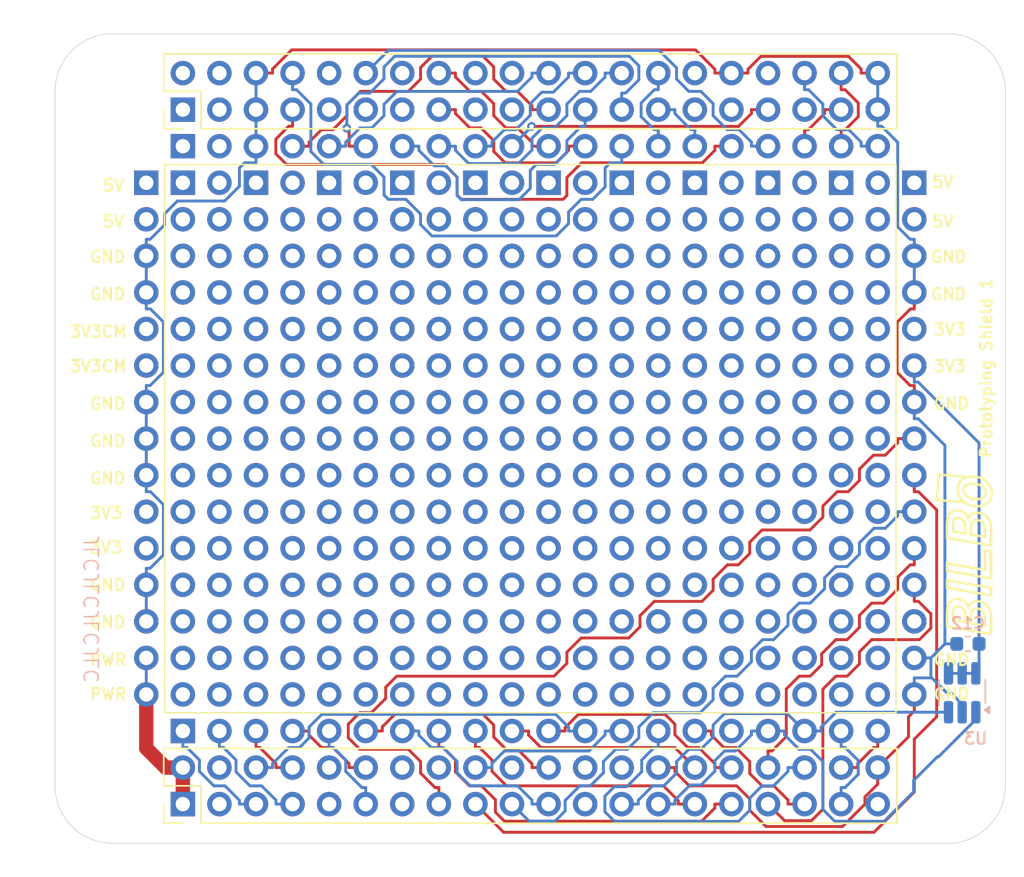
<source format=kicad_pcb>
(kicad_pcb (version 20240108) (generator "pcbnew") (generator_version "8.0")
  (layers (0 "F.Cu" signal) (1 "In1.Cu" power "POWER") (2 "In2.Cu" power "GND") (31 "B.Cu" signal) (34 "B.Paste" user) (35 "F.Paste" user) (36 "B.SilkS" user "B.Silkscreen") (37 "F.SilkS" user "F.Silkscreen") (38 "B.Mask" user) (39 "F.Mask" user) (44 "Edge.Cuts" user))
  (net 0 "")
  (net 1 "RS485_1_B")
  (net 2 "GND")
  (net 3 "RS485_1_A")
  (net 4 "+3V3")
  (net 5 "V_PWR")
  (net 6 "+5V")
  (net 7 "CM4_SCL1")
  (net 8 "CM4_SDA1")
  (net 9 "PE14")
  (net 10 "PD6")
  (net 11 "UC_SPI2_MOSI")
  (net 12 "ENC1_A")
  (net 13 "PD4")
  (net 14 "PC8")
  (net 15 "PD2")
  (net 16 "UC_AIN2")
  (net 17 "UC_AIN1")
  (net 18 "UC_PWM1")
  (net 19 "PE8 (UART7_TX)")
  (net 20 "UC_TIM2")
  (net 21 "PD7")
  (net 22 "PB1")
  (net 23 "UC_PWM2")
  (net 24 "PD5")
  (net 25 "ENC2_A")
  (net 26 "UC_SPI2_MISO")
  (net 27 "ENC1_B")
  (net 28 "UC_UART_EXT3_TX")
  (net 29 "UC_SDA_2")
  (net 30 "ENC2_B")
  (net 31 "PE7 (UART7_RX)")
  (net 32 "CM4_GPIO4")
  (net 33 "PD11")
  (net 34 "UC_TIM1")
  (net 35 "UC_SCL_2")
  (net 36 "PD14")
  (net 37 "UC_UART_EXT3_RX")
  (net 38 "BOARDMANAGER_SDA")
  (net 39 "UC_SPI2_SCLK")
  (net 40 "CM4_GPIO15")
  (net 41 "CM4_TXD0")
  (net 42 "CM4_GPIO10")
  (net 43 "CM4_GPIO22")
  (net 44 "CM4_TXD2")
  (net 45 "CM4_GPIO17")
  (net 46 "CM4_GPIO24")
  (net 47 "BOARDMANAGER_SCL")
  (net 48 "CM4_GPIO7")
  (net 49 "CM4_GPIO19")
  (net 50 "CM4_GPIO6")
  (net 51 "CM4_RXD2")
  (net 52 "3V3_CM4")
  (net 53 "CM4_GPIO11")
  (net 54 "CM4_GPIO26")
  (net 55 "CM4_GPIO23")
  (net 56 "CM4_GPIO13")
  (net 57 "CM4_GPIO27")
  (net 58 "CM4_GPIO12")
  (net 59 "CM4_GPIO18")
  (net 60 "SX1508_IO6")
  (net 61 "SX1508_IO7")
  (net 62 "CM4_GPIO8")
  (net 63 "CM4_GPIO20")
  (net 64 "CM4_GPIO25")
  (net 65 "CM4_GPIO21")
  (net 66 "SX1508_IO1")
  (net 67 "CM4_GPIO9")
  (net 68 "CM4_GPIO16")
  (net 69 "CM4_GPIO5")
  (footprint "Connector_PinHeader_2.54mm:PinHeader_2x20_P2.54mm_Vertical" (layer "F.Cu") (at 104.14 63.5 90)
    (property "Reference" "J2" (hide yes))
    (property "Value" "RPI_CONN")
  )
  (footprint "MountingHole:MountingHole_2.7mm_M2.5_DIN965" (layer "F.Cu") (at 99.265 62.225)
    (property "Reference" "H1" (hide yes))
    (property "Value" "MountingHole")
  )
  (footprint "Connector_PinHeader_2.54mm:PinHeader_1x15_P2.54mm_Vertical" (layer "F.Cu") (at 101.6 68.58)
    (property "Reference" "J4" (hide yes))
    (property "Value" "Conn_01x15")
  )
  (footprint "Connector_PinHeader_2.54mm:PinHeader_2x15_P2.54mm_Vertical" (layer "F.Cu") (at 144.78 68.58)
    (property "Reference" "J14" (hide yes))
    (property "Value" "Conn_02x15_Odd_Even")
  )
  (footprint "Connector_PinHeader_2.54mm:PinHeader_2x15_P2.54mm_Vertical" (layer "F.Cu") (at 134.62 68.58)
    (property "Reference" "J12" (hide yes))
    (property "Value" "Conn_02x15_Odd_Even")
  )
  (footprint "Connector_PinHeader_2.54mm:PinHeader_2x15_P2.54mm_Vertical" (layer "F.Cu") (at 139.7 68.58)
    (property "Reference" "J13" (hide yes))
    (property "Value" "Conn_02x15_Odd_Even")
  )
  (footprint "Connector_PinHeader_2.54mm:PinHeader_2x15_P2.54mm_Vertical" (layer "F.Cu") (at 119.38 68.58)
    (property "Reference" "J9" (hide yes))
    (property "Value" "Conn_02x15_Odd_Even")
  )
  (footprint "MountingHole:MountingHole_2.7mm_M2.5_DIN965" (layer "F.Cu") (at 99.265 110.485)
    (property "Reference" "H3" (hide yes))
    (property "Value" "MountingHole")
  )
  (footprint "Connector_PinHeader_2.54mm:PinHeader_2x15_P2.54mm_Vertical" (layer "F.Cu") (at 109.22 68.58)
    (property "Reference" "J7" (hide yes))
    (property "Value" "Conn_02x15_Odd_Even")
  )
  (footprint "MountingHole:MountingHole_2.7mm_M2.5_DIN965" (layer "F.Cu") (at 157.265 62.225)
    (property "Reference" "H2" (hide yes))
    (property "Value" "MountingHole")
  )
  (footprint "descriptors:bilbo" (layer "F.Cu") (at 158.4 94.4 90)
    (property "Reference" "G***" (hide yes))
    (property "Value" "LOGO" (hide yes))
  )
  (footprint "Connector_PinHeader_2.54mm:PinHeader_1x20_P2.54mm_Vertical" (layer "F.Cu") (at 104.14 66.04 90)
    (property "Reference" "J16" (hide yes))
    (property "Value" "Conn_01x20")
  )
  (footprint "Connector_PinHeader_2.54mm:PinHeader_2x15_P2.54mm_Vertical" (layer "F.Cu") (at 124.46 68.58)
    (property "Reference" "J10" (hide yes))
    (property "Value" "Conn_02x15_Odd_Even")
  )
  (footprint "Connector_PinHeader_2.54mm:PinHeader_2x15_P2.54mm_Vertical" (layer "F.Cu") (at 149.86 68.58)
    (property "Reference" "J15" (hide yes))
    (property "Value" "Conn_02x15_Odd_Even")
  )
  (footprint "Connector_PinHeader_2.54mm:PinHeader_2x15_P2.54mm_Vertical" (layer "F.Cu") (at 114.3 68.58)
    (property "Reference" "J8" (hide yes))
    (property "Value" "Conn_02x15_Odd_Even")
  )
  (footprint "Connector_PinHeader_2.54mm:PinHeader_2x15_P2.54mm_Vertical" (layer "F.Cu") (at 104.14 68.58)
    (property "Reference" "J6" (hide yes))
    (property "Value" "Conn_02x15_Odd_Even")
  )
  (footprint "Connector_PinHeader_2.54mm:PinHeader_2x15_P2.54mm_Vertical" (layer "F.Cu") (at 129.54 68.58)
    (property "Reference" "J11" (hide yes))
    (property "Value" "Conn_02x15_Odd_Even")
  )
  (footprint "Connector_PinHeader_2.54mm:PinHeader_1x20_P2.54mm_Vertical" (layer "F.Cu") (at 104.14 106.68 90)
    (property "Reference" "J17" (hide yes))
    (property "Value" "Conn_01x20")
  )
  (footprint "Connector_PinHeader_2.54mm:PinHeader_2x20_P2.54mm_Vertical" (layer "F.Cu") (at 104.14 111.76 90)
    (property "Reference" "J1" (hide yes))
    (property "Value" "MCU_CONN")
  )
  (footprint "Connector_PinHeader_2.54mm:PinHeader_1x15_P2.54mm_Vertical" (layer "F.Cu") (at 154.94 68.58)
    (property "Reference" "J5" (hide yes))
    (property "Value" "Conn_01x15")
  )
  (footprint "MountingHole:MountingHole_2.7mm_M2.5_DIN965" (layer "F.Cu") (at 157.265 110.485)
    (property "Reference" "H4" (hide yes))
    (property "Value" "MountingHole")
  )
  (footprint "Package_TO_SOT_SMD:SOT-23-6_Handsoldering" (layer "B.Cu") (at 158.265 104.025 90)
    (property "Reference" "U3")
    (property "Value" "24AA025E48T-I/OT")
  )
  (footprint "Capacitor_SMD:C_0603_1608Metric" (layer "B.Cu") (at 158.665 100.625 180)
    (property "Reference" "C12")
    (property "Value" "100n")
  )
  (gr_line (start 153.67 105.41) (end 102.87 105.41) (stroke (width 0.1)) (layer "F.SilkS"))
  (gr_line (start 102.87 67.31) (end 102.87 105.41) (stroke (width 0.1)) (layer "F.SilkS"))
  (gr_line (start 153.67 67.31) (end 153.67 105.41) (stroke (width 0.1)) (layer "F.SilkS"))
  (gr_line (start 102.87 67.31) (end 153.67 67.31) (stroke (width 0.1)) (layer "F.SilkS"))
  (gr_arc (start 161.265 110.485) (mid 160.093427 113.313427) (end 157.265 114.485) (stroke (width 0.05)) (layer "Edge.Cuts"))
  (gr_line (start 99.265 58.225) (end 157.265 58.225) (stroke (width 0.05)) (layer "Edge.Cuts"))
  (gr_line (start 157.265 114.485) (end 99.265 114.485) (stroke (width 0.05)) (layer "Edge.Cuts"))
  (gr_arc (start 99.265 114.485) (mid 96.436573 113.313427) (end 95.265 110.485) (stroke (width 0.05)) (layer "Edge.Cuts"))
  (gr_arc (start 157.265 58.225) (mid 160.093427 59.396573) (end 161.265 62.225) (stroke (width 0.05)) (layer "Edge.Cuts"))
  (gr_line (start 95.265 110.485) (end 95.265 62.225) (stroke (width 0.05)) (layer "Edge.Cuts"))
  (gr_line (start 161.265 62.225) (end 161.265 110.485) (stroke (width 0.05)) (layer "Edge.Cuts"))
  (gr_arc (start 95.265 62.225) (mid 96.436573 59.396573) (end 99.265 58.225) (stroke (width 0.05)) (layer "Edge.Cuts"))
  (gr_text "JLCJLCJLCJLC" (at 98.4 93 90) (layer "B.SilkS") (effects (font (size 1 1) (thickness 0.1)) (justify left bottom mirror)))
  (gr_text "GND" (at 156.2 84.4 0) (layer "F.SilkS") (effects (font (size 0.8 0.8) (thickness 0.15) (bold yes)) (justify left bottom)))
  (gr_text "GND" (at 97.6 76.8 0) (layer "F.SilkS") (effects (font (size 0.8 0.8) (thickness 0.15) (bold yes)) (justify left bottom)))
  (gr_text "3V3CM" (at 96.2 81.8 0) (layer "F.SilkS") (effects (font (size 0.8 0.8) (thickness 0.15) (bold yes)) (justify left bottom)))
  (gr_text "3V3CM" (at 96.2 79.4 0) (layer "F.SilkS") (effects (font (size 0.8 0.8) (thickness 0.15) (bold yes)) (justify left bottom)))
  (gr_text "3V3" (at 156.2 81.8 0) (layer "F.SilkS") (effects (font (size 0.8 0.8) (thickness 0.15) (bold yes)) (justify left bottom)))
  (gr_text "GND" (at 156 74.2 0) (layer "F.SilkS") (effects (font (size 0.8 0.8) (thickness 0.15) (bold yes)) (justify left bottom)))
  (gr_text "GND" (at 156.2 102.2 0) (layer "F.SilkS") (effects (font (size 0.8 0.8) (thickness 0.15) (bold yes)) (justify left bottom)))
  (gr_text "GND" (at 156.2 104.6 0) (layer "F.SilkS") (effects (font (size 0.8 0.8) (thickness 0.15) (bold yes)) (justify left bottom)))
  (gr_text "GND" (at 97.6 89.6 0) (layer "F.SilkS") (effects (font (size 0.8 0.8) (thickness 0.15) (bold yes)) (justify left bottom)))
  (gr_text "PWR" (at 97.6 102.2 0) (layer "F.SilkS") (effects (font (size 0.8 0.8) (thickness 0.15) (bold yes)) (justify left bottom)))
  (gr_text "3V3" (at 97.6 94.4 0) (layer "F.SilkS") (effects (font (size 0.8 0.8) (thickness 0.15) (bold yes)) (justify left bottom)))
  (gr_text "5V" (at 156.1 71.75 0) (layer "F.SilkS") (effects (font (size 0.8 0.8) (thickness 0.15) (bold yes)) (justify left bottom)))
  (gr_text "GND" (at 97.6 84.4 0) (layer "F.SilkS") (effects (font (size 0.8 0.8) (thickness 0.15) (bold yes)) (justify left bottom)))
  (gr_text "GND" (at 97.6 97 0) (layer "F.SilkS") (effects (font (size 0.8 0.8) (thickness 0.15) (bold yes)) (justify left bottom)))
  (gr_text "3V3" (at 97.6 92 0) (layer "F.SilkS") (effects (font (size 0.8 0.8) (thickness 0.15) (bold yes)) (justify left bottom)))
  (gr_text "PWR" (at 97.6 104.6 0) (layer "F.SilkS") (effects (font (size 0.8 0.8) (thickness 0.15) (bold yes)) (justify left bottom)))
  (gr_text "3V3" (at 156.2 79.25 0) (layer "F.SilkS") (effects (font (size 0.8 0.8) (thickness 0.15) (bold yes)) (justify left bottom)))
  (gr_text "5V" (at 156.1 69 0) (layer "F.SilkS") (effects (font (size 0.8 0.8) (thickness 0.15) (bold yes)) (justify left bottom)))
  (gr_text "5V" (at 98.5 69.25 0) (layer "F.SilkS") (effects (font (size 0.8 0.8) (thickness 0.15) (bold yes)) (justify left bottom)))
  (gr_text "GND" (at 97.6 87 0) (layer "F.SilkS") (effects (font (size 0.8 0.8) (thickness 0.15) (bold yes)) (justify left bottom)))
  (gr_text "GND" (at 97.6 99.6 0) (layer "F.SilkS") (effects (font (size 0.8 0.8) (thickness 0.15) (bold yes)) (justify left bottom)))
  (gr_text "5V" (at 98.5 71.75 0) (layer "F.SilkS") (effects (font (size 0.8 0.8) (thickness 0.15) (bold yes)) (justify left bottom)))
  (gr_text "GND" (at 156 76.8 0) (layer "F.SilkS") (effects (font (size 0.8 0.8) (thickness 0.15) (bold yes)) (justify left bottom)))
  (gr_text "Prototyping Shield 1" (at 160.4 87.8 90) (layer "F.SilkS") (effects (font (size 0.8 0.8) (thickness 0.15) (bold yes)) (justify left bottom)))
  (gr_text "GND" (at 97.6 74.2 0) (layer "F.SilkS") (effects (font (size 0.8 0.8) (thickness 0.15) (bold yes)) (justify left bottom)))
  (segment (start 152.4 107.8317) (end 152.1315 107.8317) (width 0.2) (layer "F.Cu") (net 1))
  (segment (start 151.0117 108.9515) (end 151.0117 109.22) (width 0.2) (layer "F.Cu") (net 1))
  (segment (start 152.1315 107.8317) (end 151.0117 108.9515) (width 0.2) (layer "F.Cu") (net 1))
  (segment (start 152.4 106.68) (end 152.4 107.8317) (width 0.2) (layer "F.Cu") (net 1))
  (segment (start 149.86 109.22) (end 151.0117 109.22) (width 0.2) (layer "F.Cu") (net 1))
  (segment (start 153.7494 78.2738) (end 154.6715 77.3517) (width 0.2) (layer "F.Cu") (net 2))
  (segment (start 152.4 110.3717) (end 151.512 111.2597) (width 0.2) (layer "F.Cu") (net 2))
  (segment (start 109.22 60.96) (end 110.3717 60.96) (width 0.2) (layer "F.Cu") (net 2))
  (segment (start 143.3917 60.6915) (end 143.3917 60.96) (width 0.2) (layer "F.Cu") (net 2))
  (segment (start 154.94 105.2917) (end 154.538 105.6937) (width 0.2) (layer "F.Cu") (net 2))
  (segment (start 154.538 105.6937) (end 154.538 107.082) (width 0.2) (layer "F.Cu") (net 2))
  (segment (start 154.94 104.14) (end 154.94 105.2917) (width 0.2) (layer "F.Cu") (net 2))
  (segment (start 154.6715 77.3517) (end 154.94 77.3517) (width 0.2) (layer "F.Cu") (net 2))
  (segment (start 110.3717 60.96) (end 110.3717 60.6721) (width 0.2) (layer "F.Cu") (net 2))
  (segment (start 142.24 60.96) (end 141.0883 60.96) (width 0.2) (layer "F.Cu") (net 2))
  (segment (start 151.512 111.2597) (end 151.512 111.76) (width 0.2) (layer "F.Cu") (net 2))
  (segment (start 139.3132 110.49) (end 138.3117 109.4885) (width 0.2) (layer "F.Cu") (net 2))
  (segment (start 154.538 107.082) (end 152.4 109.22) (width 0.2) (layer "F.Cu") (net 2))
  (segment (start 142.6023 110.49) (end 139.3132 110.49) (width 0.2) (layer "F.Cu") (net 2))
  (segment (start 138.3117 109.4885) (end 138.3117 109.22) (width 0.2) (layer "F.Cu") (net 2))
  (segment (start 143.51 112.1856) (end 143.51 111.3977) (width 0.2) (layer "F.Cu") (net 2))
  (segment (start 142.24 60.96) (end 143.3917 60.96) (width 0.2) (layer "F.Cu") (net 2))
  (segment (start 151.512 111.76) (end 149.9563 113.3157) (width 0.2) (layer "F.Cu") (net 2))
  (segment (start 151.2483 60.96) (end 151.2483 60.6721) (width 0.2) (layer "F.Cu") (net 2))
  (segment (start 144.2851 59.7981) (end 143.3917 60.6915) (width 0.2) (layer "F.Cu") (net 2))
  (segment (start 143.51 111.3977) (end 142.6023 110.49) (width 0.2) (layer "F.Cu") (net 2))
  (segment (start 149.9563 113.3157) (end 144.6401 113.3157) (width 0.2) (layer "F.Cu") (net 2))
  (segment (start 110.3717 60.6721) (end 111.6981 59.3457) (width 0.2) (layer "F.Cu") (net 2))
  (segment (start 144.6401 113.3157) (end 143.51 112.1856) (width 0.2) (layer "F.Cu") (net 2))
  (segment (start 150.3743 59.7981) (end 144.2851 59.7981) (width 0.2) (layer "F.Cu") (net 2))
  (segment (start 154.94 76.2) (end 154.94 77.3517) (width 0.2) (layer "F.Cu") (net 2))
  (segment (start 152.4 111.76) (end 151.512 111.76) (width 0.2) (layer "F.Cu") (net 2))
  (segment (start 111.6981 59.3457) (end 139.7425 59.3457) (width 0.2) (layer "F.Cu") (net 2))
  (segment (start 154.94 82.6683) (end 154.6521 82.6683) (width 0.2) (layer "F.Cu") (net 2))
  (segment (start 139.7425 59.3457) (end 141.0883 60.6915) (width 0.2) (layer "F.Cu") (net 2))
  (segment (start 141.0883 60.6915) (end 141.0883 60.96) (width 0.2) (layer "F.Cu") (net 2))
  (segment (start 151.2483 60.6721) (end 150.3743 59.7981) (width 0.2) (layer "F.Cu") (net 2))
  (segment (start 152.4 60.96) (end 151.2483 60.96) (width 0.2) (layer "F.Cu") (net 2))
  (segment (start 153.7494 81.7656) (end 153.7494 78.2738) (width 0.2) (layer "F.Cu") (net 2))
  (segment (start 152.4 109.22) (end 152.4 110.3717) (width 0.2) (layer "F.Cu") (net 2))
  (segment (start 154.6521 82.6683) (end 153.7494 81.7656) (width 0.2) (layer "F.Cu") (net 2))
  (segment (start 137.16 109.22) (end 138.3117 109.22) (width 0.2) (layer "F.Cu") (net 2))
  (segment (start 154.94 83.82) (end 154.94 82.6683) (width 0.2) (layer "F.Cu") (net 2))
  (segment (start 102.7906 78.2544) (end 102.7906 81.7462) (width 0.2) (layer "B.Cu") (net 2))
  (segment (start 101.6 88.9) (end 101.6 90.0517) (width 0.2) (layer "B.Cu") (net 2))
  (segment (start 102.87 71.5068) (end 101.8685 72.5083) (width 0.2) (layer "B.Cu") (net 2))
  (segment (start 154.94 76.2) (end 154.94 73.66) (width 0.2) (layer "B.Cu") (net 2))
  (segment (start 157.1602 103.9938) (end 156.0917 102.9253) (width 0.2) (layer "B.Cu") (net 2))
  (segment (start 103.7606 69.85) (end 102.87 70.7406) (width 0.2) (layer "B.Cu") (net 2))
  (segment (start 154.94 73.66) (end 154.94 72.5083) (width 0.2) (layer "B.Cu") (net 2))
  (segment (start 155.2085 84.9717) (end 157.0667 86.8299) (width 0.2) (layer "B.Cu") (net 2))
  (segment (start 101.8685 95.3683) (end 101.6 95.3683) (width 0.2) (layer "B.Cu") (net 2))
  (segment (start 108.4282 67.1917) (end 108.0683 67.5516) (width 0.2) (layer "B.Cu") (net 2))
  (segment (start 154.94 83.82) (end 154.94 84.9717) (width 0.2) (layer "B.Cu") (net 2))
  (segment (start 101.6 76.2) (end 101.6 77.3517) (width 0.2) (layer "B.Cu") (net 2))
  (segment (start 102.7906 94.4462) (end 101.8685 95.3683) (width 0.2) (layer "B.Cu") (net 2))
  (segment (start 109.22 66.04) (end 109.22 67.1917) (width 0.2) (layer "B.Cu") (net 2))
  (segment (start 157.0667 100.625) (end 156.0917 101.6) (width 0.2) (layer "B.Cu") (net 2))
  (segment (start 152.4 63.5) (end 152.4 64.6517) (width 0.2) (layer "B.Cu") (net 2))
  (segment (start 101.6 90.0517) (end 101.8879 90.0517) (width 0.2) (layer "B.Cu") (net 2))
  (segment (start 101.6 73.66) (end 101.6 72.5083) (width 0.2) (layer "B.Cu") (net 2))
  (segment (start 109.22 66.04) (end 109.22 63.5) (width 0.2) (layer "B.Cu") (net 2))
  (segment (start 153.7883 71.6446) (end 153.7883 65.7715) (width 0.2) (layer "B.Cu") (net 2))
  (segment (start 101.6 86.36) (end 101.6 83.82) (width 0.2) (layer "B.Cu") (net 2))
  (segment (start 154.94 72.5083) (end 154.652 72.5083) (width 0.2) (layer "B.Cu") (net 2))
  (segment (start 154.94 101.6) (end 156.0917 101.6) (width 0.2) (layer "B.Cu") (net 2))
  (segment (start 108.0683 67.5516) (end 108.0683 68.8205) (width 0.2) (layer "B.Cu") (net 2))
  (segment (start 101.6 96.52) (end 101.6 95.3683) (width 0.2) (layer "B.Cu") (net 2))
  (segment (start 154.94 104.14) (end 154.94 102.9883) (width 0.2) (layer "B.Cu") (net 2))
  (segment (start 101.6 86.36) (end 101.6 88.9) (width 0.2) (layer "B.Cu") (net 2))
  (segment (start 102.7906 81.7462) (end 101.8685 82.6683) (width 0.2) (layer "B.Cu") (net 2))
  (segment (start 109.22 60.96) (end 109.22 63.5) (width 0.2) (layer "B.Cu") (net 2))
  (segment (start 158.265 104.816) (end 157.4428 103.9938) (width 0.2) (layer "B.Cu") (net 2))
  (segment (start 156.0287 102.9883) (end 156.0917 102.9253) (width 0.2) (layer "B.Cu") (net 2))
  (segment (start 101.6 83.82) (end 101.6 82.6683) (width 0.2) (layer "B.Cu") (net 2))
  (segment (start 102.87 70.7406) (end 102.87 71.5068) (width 0.2) (layer "B.Cu") (net 2))
  (segment (start 157.89 100.625) (end 157.0667 100.625) (width 0.2) (layer "B.Cu") (net 2))
  (segment (start 158.265 105.375) (end 158.265 104.816) (width 0.2) (layer "B.Cu") (net 2))
  (segment (start 101.8879 77.3517) (end 102.7906 78.2544) (width 0.2) (layer "B.Cu") (net 2))
  (segment (start 152.4 60.96) (end 152.4 63.5) (width 0.2) (layer "B.Cu") (net 2))
  (segment (start 101.8685 82.6683) (end 101.6 82.6683) (width 0.2) (layer "B.Cu") (net 2))
  (segment (start 101.8685 72.5083) (end 101.6 72.5083) (width 0.2) (layer "B.Cu") (net 2))
  (segment (start 102.7906 90.9544) (end 102.7906 94.4462) (width 0.2) (layer "B.Cu") (net 2))
  (segment (start 157.0667 86.8299) (end 157.0667 100.625) (width 0.2) (layer "B.Cu") (net 2))
  (segment (start 101.6 77.3517) (end 101.8879 77.3517) (width 0.2) (layer "B.Cu") (net 2))
  (segment (start 108.0683 68.8205) (end 107.0388 69.85) (width 0.2) (layer "B.Cu") (net 2))
  (segment (start 153.7883 65.7715) (end 152.6685 64.6517) (width 0.2) (layer "B.Cu") (net 2))
  (segment (start 152.6685 64.6517) (end 152.4 64.6517) (width 0.2) (layer "B.Cu") (net 2))
  (segment (start 157.4428 103.9938) (end 157.1602 103.9938) (width 0.2) (layer "B.Cu") (net 2))
  (segment (start 101.6 73.66) (end 101.6 76.2) (width 0.2) (layer "B.Cu") (net 2))
  (segment (start 107.0388 69.85) (end 103.7606 69.85) (width 0.2) (layer "B.Cu") (net 2))
  (segment (start 156.0917 102.9253) (end 156.0917 101.6) (width 0.2) (layer "B.Cu") (net 2))
  (segment (start 154.94 84.9717) (end 155.2085 84.9717) (width 0.2) (layer "B.Cu") (net 2))
  (segment (start 101.6 99.06) (end 101.6 96.52) (width 0.2) (layer "B.Cu") (net 2))
  (segment (start 101.8879 90.0517) (end 102.7906 90.9544) (width 0.2) (layer "B.Cu") (net 2))
  (segment (start 109.22 67.1917) (end 108.4282 67.1917) (width 0.2) (layer "B.Cu") (net 2))
  (segment (start 154.94 102.9883) (end 156.0287 102.9883) (width 0.2) (layer "B.Cu") (net 2))
  (segment (start 154.652 72.5083) (end 153.7883 71.6446) (width 0.2) (layer "B.Cu") (net 2))
  (segment (start 149.86 107.8317) (end 150.1479 107.8317) (width 0.2) (layer "B.Cu") (net 3))
  (segment (start 151.0506 109.6862) (end 150.1285 110.6083) (width 0.2) (layer "B.Cu") (net 3))
  (segment (start 151.0506 108.7344) (end 151.0506 109.6862) (width 0.2) (layer "B.Cu") (net 3))
  (segment (start 150.1479 107.8317) (end 151.0506 108.7344) (width 0.2) (layer "B.Cu") (net 3))
  (segment (start 149.86 106.68) (end 149.86 107.8317) (width 0.2) (layer "B.Cu") (net 3))
  (segment (start 150.1285 110.6083) (end 149.86 110.6083) (width 0.2) (layer "B.Cu") (net 3))
  (segment (start 149.86 111.76) (end 149.86 110.6083) (width 0.2) (layer "B.Cu") (net 3))
  (segment (start 159.44 100.625) (end 159.44 86.6632) (width 0.2) (layer "B.Cu") (net 4))
  (segment (start 158.265 102.675) (end 157.315 102.675) (width 0.2) (layer "B.Cu") (net 4))
  (segment (start 159.44 86.6632) (end 155.2085 82.4317) (width 0.2) (layer "B.Cu") (net 4))
  (segment (start 159.215 102.675) (end 159.44 102.45) (width 0.2) (layer "B.Cu") (net 4))
  (segment (start 154.94 81.28) (end 154.94 82.4317) (width 0.2) (layer "B.Cu") (net 4))
  (segment (start 155.2085 82.4317) (end 154.94 82.4317) (width 0.2) (layer "B.Cu") (net 4))
  (segment (start 159.215 102.675) (end 158.265 102.675) (width 0.2) (layer "B.Cu") (net 4))
  (segment (start 159.44 102.45) (end 159.44 100.625) (width 0.2) (layer "B.Cu") (net 4))
  (segment (start 104.14 111.76) (end 104.14 109.22) (width 1) (layer "F.Cu") (net 5))
  (segment (start 102.938 109.22) (end 101.6 107.882) (width 1) (layer "F.Cu") (net 5))
  (segment (start 101.6 107.882) (end 101.6 104.14) (width 1) (layer "F.Cu") (net 5))
  (segment (start 104.14 109.22) (end 102.938 109.22) (width 1) (layer "F.Cu") (net 5))
  (segment (start 101.6 104.14) (end 101.6 101.6) (width 0.2) (layer "B.Cu") (net 5))
  (segment (start 137.16 60.96) (end 137.16 62.1117) (width 0.2) (layer "B.Cu") (net 7))
  (segment (start 135.9694 63.0338) (end 136.8915 62.1117) (width 0.2) (layer "B.Cu") (net 7))
  (segment (start 136.8721 64.8883) (end 135.9694 63.9856) (width 0.2) (layer "B.Cu") (net 7))
  (segment (start 135.9694 63.9856) (end 135.9694 63.0338) (width 0.2) (layer "B.Cu") (net 7))
  (segment (start 136.8915 62.1117) (end 137.16 62.1117) (width 0.2) (layer "B.Cu") (net 7))
  (segment (start 137.16 66.04) (end 137.16 64.8883) (width 0.2) (layer "B.Cu") (net 7))
  (segment (start 137.16 64.8883) (end 136.8721 64.8883) (width 0.2) (layer "B.Cu") (net 7))
  (segment (start 138.3117 63.7685) (end 138.3117 63.5) (width 0.2) (layer "B.Cu") (net 8))
  (segment (start 137.16 63.5) (end 138.3117 63.5) (width 0.2) (layer "B.Cu") (net 8))
  (segment (start 139.4315 64.8883) (end 138.3117 63.7685) (width 0.2) (layer "B.Cu") (net 8))
  (segment (start 139.7 64.8883) (end 139.4315 64.8883) (width 0.2) (layer "B.Cu") (net 8))
  (segment (start 139.7 66.04) (end 139.7 64.8883) (width 0.2) (layer "B.Cu") (net 8))
  (segment (start 146.1683 98.5636) (end 146.1683 99.3358) (width 0.2) (layer "B.Cu") (net 9))
  (segment (start 146.9419 97.79) (end 146.1683 98.5636) (width 0.2) (layer "B.Cu") (net 9))
  (segment (start 133.35 109.5859) (end 132.4459 110.49) (width 0.2) (layer "B.Cu") (net 9))
  (segment (start 135.8083 106.4) (end 135.8083 107.1558) (width 0.2) (layer "B.Cu") (net 9))
  (segment (start 143.6283 101.8758) (end 142.6341 102.87) (width 0.2) (layer "B.Cu") (net 9))
  (segment (start 153.7883 91.44) (end 153.7883 91.728) (width 0.2) (layer "B.Cu") (net 9))
  (segment (start 128.1832 112.9432) (end 127 111.76) (width 0.2) (layer "B.Cu") (net 9))
  (segment (start 145.1741 100.33) (end 144.4019 100.33) (width 0.2) (layer "B.Cu") (net 9))
  (segment (start 150.2783 95.25) (end 149.494 95.25) (width 0.2) (layer "B.Cu") (net 9))
  (segment (start 140.0659 105.41) (end 136.7983 105.41) (width 0.2) (layer "B.Cu") (net 9))
  (segment (start 140.97 103.7216) (end 140.97 104.5059) (width 0.2) (layer "B.Cu") (net 9))
  (segment (start 154.94 91.44) (end 153.7883 91.44) (width 0.2) (layer "B.Cu") (net 9))
  (segment (start 151.13 93.6014) (end 151.13 94.3983) (width 0.2) (layer "B.Cu") (net 9))
  (segment (start 129.9856 112.9432) (end 128.1832 112.9432) (width 0.2) (layer "B.Cu") (net 9))
  (segment (start 144.4019 100.33) (end 143.6283 101.1036) (width 0.2) (layer "B.Cu") (net 9))
  (segment (start 146.1683 99.3358) (end 145.1741 100.33) (width 0.2) (layer "B.Cu") (net 9))
  (segment (start 151.13 94.3983) (end 150.2783 95.25) (width 0.2) (layer "B.Cu") (net 9))
  (segment (start 133.35 108.8016) (end 133.35 109.5859) (width 0.2) (layer "B.Cu") (net 9))
  (segment (start 131.708 110.49) (end 130.6917 111.5063) (width 0.2) (layer "B.Cu") (net 9))
  (segment (start 142.6341 102.87) (end 141.8216 102.87) (width 0.2) (layer "B.Cu") (net 9))
  (segment (start 148.7083 96.7958) (end 147.7141 97.79) (width 0.2) (layer "B.Cu") (net 9))
  (segment (start 140.97 104.5059) (end 140.0659 105.41) (width 0.2) (layer "B.Cu") (net 9))
  (segment (start 148.7083 96.0357) (end 148.7083 96.7958) (width 0.2) (layer "B.Cu") (net 9))
  (segment (start 136.7983 105.41) (end 135.8083 106.4) (width 0.2) (layer "B.Cu") (net 9))
  (segment (start 135.8083 107.1558) (end 135.0141 107.95) (width 0.2) (layer "B.Cu") (net 9))
  (segment (start 141.8216 102.87) (end 140.97 103.7216) (width 0.2) (layer "B.Cu") (net 9))
  (segment (start 135.0141 107.95) (end 134.2016 107.95) (width 0.2) (layer "B.Cu") (net 9))
  (segment (start 130.6917 111.5063) (end 130.6917 112.2371) (width 0.2) (layer "B.Cu") (net 9))
  (segment (start 152.9246 92.5917) (end 152.1397 92.5917) (width 0.2) (layer "B.Cu") (net 9))
  (segment (start 152.1397 92.5917) (end 151.13 93.6014) (width 0.2) (layer "B.Cu") (net 9))
  (segment (start 147.7141 97.79) (end 146.9419 97.79) (width 0.2) (layer "B.Cu") (net 9))
  (segment (start 149.494 95.25) (end 148.7083 96.0357) (width 0.2) (layer "B.Cu") (net 9))
  (segment (start 132.4459 110.49) (end 131.708 110.49) (width 0.2) (layer "B.Cu") (net 9))
  (segment (start 134.2016 107.95) (end 133.35 108.8016) (width 0.2) (layer "B.Cu") (net 9))
  (segment (start 143.6283 101.1036) (end 143.6283 101.8758) (width 0.2) (layer "B.Cu") (net 9))
  (segment (start 130.6917 112.2371) (end 129.9856 112.9432) (width 0.2) (layer "B.Cu") (net 9))
  (segment (start 153.7883 91.728) (end 152.9246 92.5917) (width 0.2) (layer "B.Cu") (net 9))
  (segment (start 109.22 107.8317) (end 109.4885 107.8317) (width 0.2) (layer "F.Cu") (net 11))
  (segment (start 110.6083 108.9515) (end 110.6083 109.22) (width 0.2) (layer "F.Cu") (net 11))
  (segment (start 109.4885 107.8317) (end 110.6083 108.9515) (width 0.2) (layer "F.Cu") (net 11))
  (segment (start 111.76 109.22) (end 110.6083 109.22) (width 0.2) (layer "F.Cu") (net 11))
  (segment (start 109.22 106.68) (end 109.22 107.8317) (width 0.2) (layer "F.Cu") (net 11))
  (segment (start 128.1517 106.68) (end 128.1517 106.968) (width 0.2) (layer "F.Cu") (net 12))
  (segment (start 138.3117 107.8317) (end 139.7 109.22) (width 0.2) (layer "F.Cu") (net 12))
  (segment (start 128.1517 106.968) (end 129.0154 107.8317) (width 0.2) (layer "F.Cu") (net 12))
  (segment (start 129.0154 107.8317) (end 138.3117 107.8317) (width 0.2) (layer "F.Cu") (net 12))
  (segment (start 127 106.68) (end 128.1517 106.68) (width 0.2) (layer "F.Cu") (net 12))
  (segment (start 150.2783 102.87) (end 149.494 102.87) (width 0.2) (layer "F.Cu") (net 16))
  (segment (start 151.13 102.0183) (end 150.2783 102.87) (width 0.2) (layer "F.Cu") (net 16))
  (segment (start 148.59 112.1196) (end 147.7979 112.9117) (width 0.2) (layer "F.Cu") (net 16))
  (segment (start 155.228 97.6717) (end 156.0917 98.5354) (width 0.2) (layer "F.Cu") (net 16))
  (segment (start 156.0917 98.5354) (end 156.0917 99.5371) (width 0.2) (layer "F.Cu") (net 16))
  (segment (start 151.13 101.1816) (end 151.13 102.0183) (width 0.2) (layer "F.Cu") (net 16))
  (segment (start 155.2988 100.33) (end 151.9816 100.33) (width 0.2) (layer "F.Cu") (net 16))
  (segment (start 154.94 96.52) (end 154.94 97.6717) (width 0.2) (layer "F.Cu") (net 16))
  (segment (start 156.0917 99.5371) (end 155.2988 100.33) (width 0.2) (layer "F.Cu") (net 16))
  (segment (start 145.9317 112.9117) (end 144.78 111.76) (width 0.2) (layer "F.Cu") (net 16))
  (segment (start 154.94 97.6717) (end 155.228 97.6717) (width 0.2) (layer "F.Cu") (net 16))
  (segment (start 149.494 102.87) (end 148.59 103.774) (width 0.2) (layer "F.Cu") (net 16))
  (segment (start 147.7979 112.9117) (end 145.9317 112.9117) (width 0.2) (layer "F.Cu") (net 16))
  (segment (start 148.59 103.774) (end 148.59 112.1196) (width 0.2) (layer "F.Cu") (net 16))
  (segment (start 151.9816 100.33) (end 151.13 101.1816) (width 0.2) (layer "F.Cu") (net 16))
  (segment (start 151.9816 97.79) (end 151.13 98.6416) (width 0.2) (layer "F.Cu") (net 17))
  (segment (start 146.05 103.7619) (end 146.05 107.0668) (width 0.2) (layer "F.Cu") (net 17))
  (segment (start 149.494 100.33) (end 148.5083 101.3157) (width 0.2) (layer "F.Cu") (net 17))
  (segment (start 154.94 95.1317) (end 154.652 95.1317) (width 0.2) (layer "F.Cu") (net 17))
  (segment (start 150.2783 100.33) (end 149.494 100.33) (width 0.2) (layer "F.Cu") (net 17))
  (segment (start 152.8183 97.79) (end 151.9816 97.79) (width 0.2) (layer "F.Cu") (net 17))
  (segment (start 153.7883 95.9954) (end 153.7883 96.82) (width 0.2) (layer "F.Cu") (net 17))
  (segment (start 145.0485 108.0683) (end 144.78 108.0683) (width 0.2) (layer "F.Cu") (net 17))
  (segment (start 153.7883 96.82) (end 152.8183 97.79) (width 0.2) (layer "F.Cu") (net 17))
  (segment (start 154.652 95.1317) (end 153.7883 95.9954) (width 0.2) (layer "F.Cu") (net 17))
  (segment (start 146.9419 102.87) (end 146.05 103.7619) (width 0.2) (layer "F.Cu") (net 17))
  (segment (start 146.05 107.0668) (end 145.0485 108.0683) (width 0.2) (layer "F.Cu") (net 17))
  (segment (start 147.7141 102.87) (end 146.9419 102.87) (width 0.2) (layer "F.Cu") (net 17))
  (segment (start 151.13 99.4783) (end 150.2783 100.33) (width 0.2) (layer "F.Cu") (net 17))
  (segment (start 144.78 109.22) (end 144.78 108.0683) (width 0.2) (layer "F.Cu") (net 17))
  (segment (start 154.94 93.98) (end 154.94 95.1317) (width 0.2) (layer "F.Cu") (net 17))
  (segment (start 151.13 98.6416) (end 151.13 99.4783) (width 0.2) (layer "F.Cu") (net 17))
  (segment (start 148.5083 102.0758) (end 147.7141 102.87) (width 0.2) (layer "F.Cu") (net 17))
  (segment (start 148.5083 101.3157) (end 148.5083 102.0758) (width 0.2) (layer "F.Cu") (net 17))
  (segment (start 147.32 109.22) (end 146.1683 109.22) (width 0.2) (layer "B.Cu") (net 18))
  (segment (start 136.872 107.8317) (end 136.0083 108.6954) (width 0.2) (layer "B.Cu") (net 18))
  (segment (start 134.113 110.5473) (end 133.4482 111.2121) (width 0.2) (layer "B.Cu") (net 18))
  (segment (start 136.0083 108.6954) (end 136.0083 109.5087) (width 0.2) (layer "B.Cu") (net 18))
  (segment (start 145.1668 110.49) (end 146.1683 109.4885) (width 0.2) (layer "B.Cu") (net 18))
  (segment (start 137.16 107.8317) (end 136.872 107.8317) (width 0.2) (layer "B.Cu") (net 18))
  (segment (start 142.7369 112.9624) (end 143.51 112.1893) (width 0.2) (layer "B.Cu") (net 18))
  (segment (start 146.1683 109.4885) (end 146.1683 109.22) (width 0.2) (layer "B.Cu") (net 18))
  (segment (start 133.4482 111.2121) (end 133.4482 112.2845) (width 0.2) (layer "B.Cu") (net 18))
  (segment (start 136.0083 109.5087) (end 134.9697 110.5473) (width 0.2) (layer "B.Cu") (net 18))
  (segment (start 137.16 106.68) (end 137.16 107.8317) (width 0.2) (layer "B.Cu") (net 18))
  (segment (start 133.4482 112.2845) (end 134.1261 112.9624) (width 0.2) (layer "B.Cu") (net 18))
  (segment (start 134.1261 112.9624) (end 142.7369 112.9624) (width 0.2) (layer "B.Cu") (net 18))
  (segment (start 134.9697 110.5473) (end 134.113 110.5473) (width 0.2) (layer "B.Cu") (net 18))
  (segment (start 143.51 112.1893) (end 143.51 111.3416) (width 0.2) (layer "B.Cu") (net 18))
  (segment (start 144.3616 110.49) (end 145.1668 110.49) (width 0.2) (layer "B.Cu") (net 18))
  (segment (start 143.51 111.3416) (end 144.3616 110.49) (width 0.2) (layer "B.Cu") (net 18))
  (segment (start 120.5317 106.968) (end 121.3954 107.8317) (width 0.2) (layer "B.Cu") (net 19))
  (segment (start 127.3868 110.49) (end 128.3883 111.4915) (width 0.2) (layer "B.Cu") (net 19))
  (segment (start 129.54 111.76) (end 128.3883 111.76) (width 0.2) (layer "B.Cu") (net 19))
  (segment (start 119.38 106.68) (end 120.5317 106.68) (width 0.2) (layer "B.Cu") (net 19))
  (segment (start 123.19 108.8017) (end 123.19 109.586) (width 0.2) (layer "B.Cu") (net 19))
  (segment (start 120.5317 106.68) (end 120.5317 106.968) (width 0.2) (layer "B.Cu") (net 19))
  (segment (start 123.19 109.586) (end 124.094 110.49) (width 0.2) (layer "B.Cu") (net 19))
  (segment (start 128.3883 111.4915) (end 128.3883 111.76) (width 0.2) (layer "B.Cu") (net 19))
  (segment (start 121.3954 107.8317) (end 122.22 107.8317) (width 0.2) (layer "B.Cu") (net 19))
  (segment (start 122.22 107.8317) (end 123.19 108.8017) (width 0.2) (layer "B.Cu") (net 19))
  (segment (start 124.094 110.49) (end 127.3868 110.49) (width 0.2) (layer "B.Cu") (net 19))
  (segment (start 152.1432 113.7183) (end 126.4183 113.7183) (width 0.2) (layer "F.Cu") (net 21))
  (segment (start 155.2279 90.0517) (end 156.4941 91.3179) (width 0.2) (layer "F.Cu") (net 21))
  (segment (start 156.4941 105.6918) (end 154.9397 107.2462) (width 0.2) (layer "F.Cu") (net 21))
  (segment (start 154.94 90.0517) (end 155.2279 90.0517) (width 0.2) (layer "F.Cu") (net 21))
  (segment (start 154.9397 107.2462) (end 154.9397 110.9218) (width 0.2) (layer "F.Cu") (net 21))
  (segment (start 126.4183 113.7183) (end 124.46 111.76) (width 0.2) (layer "F.Cu") (net 21))
  (segment (start 154.94 88.9) (end 154.94 90.0517) (width 0.2) (layer "F.Cu") (net 21))
  (segment (start 154.9397 110.9218) (end 152.1432 113.7183) (width 0.2) (layer "F.Cu") (net 21))
  (segment (start 156.4941 91.3179) (end 156.4941 105.6918) (width 0.2) (layer "F.Cu") (net 21))
  (segment (start 141.7154 107.8317) (end 142.54 107.8317) (width 0.2) (layer "F.Cu") (net 23))
  (segment (start 143.51 108.8017) (end 143.51 109.632) (width 0.2) (layer "F.Cu") (net 23))
  (segment (start 142.54 107.8317) (end 143.51 108.8017) (width 0.2) (layer "F.Cu") (net 23))
  (segment (start 144.3946 110.5166) (end 145.2128 110.5166) (width 0.2) (layer "F.Cu") (net 23))
  (segment (start 139.7 106.68) (end 140.8517 106.68) (width 0.2) (layer "F.Cu") (net 23))
  (segment (start 147.32 111.76) (end 146.1683 111.76) (width 0.2) (layer "F.Cu") (net 23))
  (segment (start 146.1683 111.4721) (end 146.1683 111.76) (width 0.2) (layer "F.Cu") (net 23))
  (segment (start 140.8517 106.968) (end 141.7154 107.8317) (width 0.2) (layer "F.Cu") (net 23))
  (segment (start 143.51 109.632) (end 144.3946 110.5166) (width 0.2) (layer "F.Cu") (net 23))
  (segment (start 145.2128 110.5166) (end 146.1683 111.4721) (width 0.2) (layer "F.Cu") (net 23))
  (segment (start 140.8517 106.68) (end 140.8517 106.968) (width 0.2) (layer "F.Cu") (net 23))
  (segment (start 153.7883 86.36) (end 153.7883 86.648) (width 0.2) (layer "F.Cu") (net 24))
  (segment (start 143.51 94.3459) (end 142.7242 95.1317) (width 0.2) (layer "F.Cu") (net 24))
  (segment (start 130.81 101.2059) (end 130.81 101.978) (width 0.2) (layer "F.Cu") (net 24))
  (segment (start 118.9908 102.87) (end 118.2283 103.6325) (width 0.2) (layer "F.Cu") (net 24))
  (segment (start 140.1963 97.6717) (end 136.8842 97.6717) (width 0.2) (layer "F.Cu") (net 24))
  (segment (start 118.2283 104.4158) (end 117.2341 105.41) (width 0.2) (layer "F.Cu") (net 24))
  (segment (start 148.59 91.0459) (end 148.59 91.818) (width 0.2) (layer "F.Cu") (net 24))
  (segment (start 151.13 88.4816) (end 151.13 89.2659) (width 0.2) (layer "F.Cu") (net 24))
  (segment (start 148.59 91.818) (end 147.698 92.71) (width 0.2) (layer "F.Cu") (net 24))
  (segment (start 142.7242 95.1317) (end 141.9642 95.1317) (width 0.2) (layer "F.Cu") (net 24))
  (segment (start 135.89 99.438) (end 135.1163 100.2117) (width 0.2) (layer "F.Cu") (net 24))
  (segment (start 154.94 86.36) (end 153.7883 86.36) (width 0.2) (layer "F.Cu") (net 24))
  (segment (start 129.918 102.87) (end 118.9908 102.87) (width 0.2) (layer "F.Cu") (net 24))
  (segment (start 140.97 96.1259) (end 140.97 96.898) (width 0.2) (layer "F.Cu") (net 24))
  (segment (start 118.2283 103.6325) (end 118.2283 104.4158) (width 0.2) (layer "F.Cu") (net 24))
  (segment (start 153.7883 86.648) (end 152.9246 87.5117) (width 0.2) (layer "F.Cu") (net 24))
  (segment (start 116.4216 105.41) (end 115.6299 106.2017) (width 0.2) (layer "F.Cu") (net 24))
  (segment (start 152.9246 87.5117) (end 152.0999 87.5117) (width 0.2) (layer "F.Cu") (net 24))
  (segment (start 136.8842 97.6717) (end 135.89 98.6659) (width 0.2) (layer "F.Cu") (net 24))
  (segment (start 135.1163 100.2117) (end 131.8042 100.2117) (width 0.2) (layer "F.Cu") (net 24))
  (segment (start 121.6515 110.6083) (end 121.92 110.6083) (width 0.2) (layer "F.Cu") (net 24))
  (segment (start 149.5842 90.0517) (end 148.59 91.0459) (width 0.2) (layer "F.Cu") (net 24))
  (segment (start 115.6299 107.1514) (end 116.4285 107.95) (width 0.2) (layer "F.Cu") (net 24))
  (segment (start 152.0999 87.5117) (end 151.13 88.4816) (width 0.2) (layer "F.Cu") (net 24))
  (segment (start 116.4285 107.95) (end 119.7983 107.95) (width 0.2) (layer "F.Cu") (net 24))
  (segment (start 120.65 109.6068) (end 121.6515 110.6083) (width 0.2) (layer "F.Cu") (net 24))
  (segment (start 150.3442 90.0517) (end 149.5842 90.0517) (width 0.2) (layer "F.Cu") (net 24))
  (segment (start 151.13 89.2659) (end 150.3442 90.0517) (width 0.2) (layer "F.Cu") (net 24))
  (segment (start 135.89 98.6659) (end 135.89 99.438) (width 0.2) (layer "F.Cu") (net 24))
  (segment (start 119.7983 107.95) (end 120.65 108.8017) (width 0.2) (layer "F.Cu") (net 24))
  (segment (start 117.2341 105.41) (end 116.4216 105.41) (width 0.2) (layer "F.Cu") (net 24))
  (segment (start 141.9642 95.1317) (end 140.97 96.1259) (width 0.2) (layer "F.Cu") (net 24))
  (segment (start 147.698 92.71) (end 144.3616 92.71) (width 0.2) (layer "F.Cu") (net 24))
  (segment (start 120.65 108.8017) (end 120.65 109.6068) (width 0.2) (layer "F.Cu") (net 24))
  (segment (start 121.92 111.76) (end 121.92 110.6083) (width 0.2) (layer "F.Cu") (net 24))
  (segment (start 115.6299 106.2017) (end 115.6299 107.1514) (width 0.2) (layer "F.Cu") (net 24))
  (segment (start 131.8042 100.2117) (end 130.81 101.2059) (width 0.2) (layer "F.Cu") (net 24))
  (segment (start 140.97 96.898) (end 140.1963 97.6717) (width 0.2) (layer "F.Cu") (net 24))
  (segment (start 144.3616 92.71) (end 143.51 93.5616) (width 0.2) (layer "F.Cu") (net 24))
  (segment (start 130.81 101.978) (end 129.918 102.87) (width 0.2) (layer "F.Cu") (net 24))
  (segment (start 143.51 93.5616) (end 143.51 94.3459) (width 0.2) (layer "F.Cu") (net 24))
  (segment (start 138.5483 111.76) (end 138.5483 111.5195) (width 0.2) (layer "F.Cu") (net 25))
  (segment (start 125.6117 109.4871) (end 125.6117 108.6954) (width 0.2) (layer "F.Cu") (net 25))
  (segment (start 126.6146 110.49) (end 125.6117 109.4871) (width 0.2) (layer "F.Cu") (net 25))
  (segment (start 139.7 111.76) (end 138.5483 111.76) (width 0.2) (layer "F.Cu") (net 25))
  (segment (start 124.748 107.8317) (end 124.46 107.8317) (width 0.2) (layer "F.Cu") (net 25))
  (segment (start 125.6117 108.6954) (end 124.748 107.8317) (width 0.2) (layer "F.Cu") (net 25))
  (segment (start 138.5483 111.5195) (end 137.5188 110.49) (width 0.2) (layer "F.Cu") (net 25))
  (segment (start 124.46 106.68) (end 124.46 107.8317) (width 0.2) (layer "F.Cu") (net 25))
  (segment (start 137.5188 110.49) (end 126.6146 110.49) (width 0.2) (layer "F.Cu") (net 25))
  (segment (start 110.6083 111.4915) (end 110.6083 111.76) (width 0.2) (layer "B.Cu") (net 26))
  (segment (start 106.68 107.8317) (end 106.968 107.8317) (width 0.2) (layer "B.Cu") (net 26))
  (segment (start 107.8317 109.5201) (end 108.8016 110.49) (width 0.2) (layer "B.Cu") (net 26))
  (segment (start 109.6068 110.49) (end 110.6083 111.4915) (width 0.2) (layer "B.Cu") (net 26))
  (segment (start 111.76 111.76) (end 110.6083 111.76) (width 0.2) (layer "B.Cu") (net 26))
  (segment (start 106.968 107.8317) (end 107.8317 108.6954) (width 0.2) (layer "B.Cu") (net 26))
  (segment (start 106.68 106.68) (end 106.68 107.8317) (width 0.2) (layer "B.Cu") (net 26))
  (segment (start 108.8016 110.49) (end 109.6068 110.49) (width 0.2) (layer "B.Cu") (net 26))
  (segment (start 107.8317 108.6954) (end 107.8317 109.5201) (width 0.2) (layer "B.Cu") (net 26))
  (segment (start 138.3117 106.2029) (end 137.6371 105.5283) (width 0.2) (layer "F.Cu") (net 27))
  (segment (start 141.0883 108.9515) (end 139.9685 107.8317) (width 0.2) (layer "F.Cu") (net 27))
  (segment (start 139.2088 107.8317) (end 138.3117 106.9346) (width 0.2) (layer "F.Cu") (net 27))
  (segment (start 137.6371 105.5283) (end 131.6029 105.5283) (width 0.2) (layer "F.Cu") (net 27))
  (segment (start 139.9685 107.8317) (end 139.2088 107.8317) (width 0.2) (layer "F.Cu") (net 27))
  (segment (start 131.6029 105.5283) (end 130.6917 106.4395) (width 0.2) (layer "F.Cu") (net 27))
  (segment (start 138.3117 106.9346) (end 138.3117 106.2029) (width 0.2) (layer "F.Cu") (net 27))
  (segment (start 141.0883 109.22) (end 141.0883 108.9515) (width 0.2) (layer "F.Cu") (net 27))
  (segment (start 130.6917 106.4395) (end 130.6917 106.68) (width 0.2) (layer "F.Cu") (net 27))
  (segment (start 129.54 106.68) (end 130.6917 106.68) (width 0.2) (layer "F.Cu") (net 27))
  (segment (start 142.24 109.22) (end 141.0883 109.22) (width 0.2) (layer "F.Cu") (net 27))
  (segment (start 130.9283 106.4115) (end 130.9283 106.68) (width 0.2) (layer "B.Cu") (net 28))
  (segment (start 111.4915 107.8317) (end 112.2371 107.8317) (width 0.2) (layer "B.Cu") (net 28))
  (segment (start 112.9117 106.4026) (end 113.7892 105.5251) (width 0.2) (layer "B.Cu") (net 28))
  (segment (start 109.22 109.22) (end 110.3717 109.22) (width 0.2) (layer "B.Cu") (net 28))
  (segment (start 110.3717 108.9515) (end 111.4915 107.8317) (width 0.2) (layer "B.Cu") (net 28))
  (segment (start 132.08 106.68) (end 130.9283 106.68) (width 0.2) (layer "B.Cu") (net 28))
  (segment (start 113.7892 105.5251) (end 130.0419 105.5251) (width 0.2) (layer "B.Cu") (net 28))
  (segment (start 130.0419 105.5251) (end 130.9283 106.4115) (width 0.2) (layer "B.Cu") (net 28))
  (segment (start 110.3717 109.22) (end 110.3717 108.9515) (width 0.2) (layer "B.Cu") (net 28))
  (segment (start 112.9117 107.1571) (end 112.9117 106.4026) (width 0.2) (layer "B.Cu") (net 28))
  (segment (start 112.2371 107.8317) (end 112.9117 107.1571) (width 0.2) (layer "B.Cu") (net 28))
  (segment (start 112.9117 106.968) (end 113.7754 107.8317) (width 0.2) (layer "F.Cu") (net 29))
  (segment (start 115.6883 108.9515) (end 115.6883 109.22) (width 0.2) (layer "F.Cu") (net 29))
  (segment (start 116.84 109.22) (end 115.6883 109.22) (width 0.2) (layer "F.Cu") (net 29))
  (segment (start 112.9117 106.68) (end 112.9117 106.968) (width 0.2) (layer "F.Cu") (net 29))
  (segment (start 113.7754 107.8317) (end 114.5685 107.8317) (width 0.2) (layer "F.Cu") (net 29))
  (segment (start 114.5685 107.8317) (end 115.6883 108.9515) (width 0.2) (layer "F.Cu") (net 29))
  (segment (start 111.76 106.68) (end 112.9117 106.68) (width 0.2) (layer "F.Cu") (net 29))
  (segment (start 141.0883 112.0285) (end 141.0883 111.76) (width 0.2) (layer "F.Cu") (net 30))
  (segment (start 121.92 107.8317) (end 122.208 107.8317) (width 0.2) (layer "F.Cu") (net 30))
  (segment (start 123.0717 108.6954) (end 123.0717 109.5201) (width 0.2) (layer "F.Cu") (net 30))
  (segment (start 121.92 106.68) (end 121.92 107.8317) (width 0.2) (layer "F.Cu") (net 30))
  (segment (start 124.8783 110.49) (end 125.8483 111.46) (width 0.2) (layer "F.Cu") (net 30))
  (segment (start 123.0717 109.5201) (end 124.0416 110.49) (width 0.2) (layer "F.Cu") (net 30))
  (segment (start 125.8483 112.3192) (end 126.4782 112.9491) (width 0.2) (layer "F.Cu") (net 30))
  (segment (start 140.1677 112.9491) (end 141.0883 112.0285) (width 0.2) (layer "F.Cu") (net 30))
  (segment (start 124.0416 110.49) (end 124.8783 110.49) (width 0.2) (layer "F.Cu") (net 30))
  (segment (start 122.208 107.8317) (end 123.0717 108.6954) (width 0.2) (layer "F.Cu") (net 30))
  (segment (start 126.4782 112.9491) (end 140.1677 112.9491) (width 0.2) (layer "F.Cu") (net 30))
  (segment (start 125.8483 111.46) (end 125.8483 112.3192) (width 0.2) (layer "F.Cu") (net 30))
  (segment (start 142.24 111.76) (end 141.0883 111.76) (width 0.2) (layer "F.Cu") (net 30))
  (segment (start 128.3883 108.9515) (end 128.3883 109.22) (width 0.2) (layer "F.Cu") (net 31))
  (segment (start 129.54 109.22) (end 128.3883 109.22) (width 0.2) (layer "F.Cu") (net 31))
  (segment (start 125.73 107.0984) (end 126.5816 107.95) (width 0.2) (layer "F.Cu") (net 31))
  (segment (start 127.3868 107.95) (end 128.3883 108.9515) (width 0.2) (layer "F.Cu") (net 31))
  (segment (start 125.73 106.2617) (end 125.73 107.0984) (width 0.2) (layer "F.Cu") (net 31))
  (segment (start 117.9917 106.68) (end 117.9917 106.3921) (width 0.2) (layer "F.Cu") (net 31))
  (segment (start 118.9139 105.4699) (end 124.9382 105.4699) (width 0.2) (layer "F.Cu") (net 31))
  (segment (start 117.9917 106.3921) (end 118.9139 105.4699) (width 0.2) (layer "F.Cu") (net 31))
  (segment (start 126.5816 107.95) (end 127.3868 107.95) (width 0.2) (layer "F.Cu") (net 31))
  (segment (start 124.9382 105.4699) (end 125.73 106.2617) (width 0.2) (layer "F.Cu") (net 31))
  (segment (start 116.84 106.68) (end 117.9917 106.68) (width 0.2) (layer "F.Cu") (net 31))
  (segment (start 111.3416 67.31) (end 122.3094 67.31) (width 0.2) (layer "F.Cu") (net 32))
  (segment (start 122.3094 67.31) (end 123.19 68.1906) (width 0.2) (layer "F.Cu") (net 32))
  (segment (start 111.4915 64.6517) (end 110.5964 65.5468) (width 0.2) (layer "F.Cu") (net 32))
  (segment (start 111.76 63.5) (end 111.76 64.6517) (width 0.2) (layer "F.Cu") (net 32))
  (segment (start 131.8377 67.1917) (end 140.2246 67.1917) (width 0.2) (layer "F.Cu") (net 32))
  (segment (start 142.24 66.04) (end 141.0883 66.04) (width 0.2) (layer "F.Cu") (net 32))
  (segment (start 130.81 68.2194) (end 131.8377 67.1917) (width 0.2) (layer "F.Cu") (net 32))
  (segment (start 140.2246 67.1917) (end 141.0883 66.328) (width 0.2) (layer "F.Cu") (net 32))
  (segment (start 110.5964 65.5468) (end 110.5964 66.5648) (width 0.2) (layer "F.Cu") (net 32))
  (segment (start 130.5507 69.7317) (end 130.81 69.4724) (width 0.2) (layer "F.Cu") (net 32))
  (segment (start 110.5964 66.5648) (end 111.3416 67.31) (width 0.2) (layer "F.Cu") (net 32))
  (segment (start 123.19 68.1906) (end 123.19 69.4367) (width 0.2) (layer "F.Cu") (net 32))
  (segment (start 123.19 69.4367) (end 123.485 69.7317) (width 0.2) (layer "F.Cu") (net 32))
  (segment (start 111.76 64.6517) (end 111.4915 64.6517) (width 0.2) (layer "F.Cu") (net 32))
  (segment (start 123.485 69.7317) (end 130.5507 69.7317) (width 0.2) (layer "F.Cu") (net 32))
  (segment (start 130.81 69.4724) (end 130.81 68.2194) (width 0.2) (layer "F.Cu") (net 32))
  (segment (start 141.0883 66.328) (end 141.0883 66.04) (width 0.2) (layer "F.Cu") (net 32))
  (segment (start 116.5715 110.6083) (end 116.84 110.6083) (width 0.2) (layer "B.Cu") (net 35))
  (segment (start 114.588 107.8317) (end 115.4517 108.6954) (width 0.2) (layer "B.Cu") (net 35))
  (segment (start 115.4517 109.4885) (end 116.5715 110.6083) (width 0.2) (layer "B.Cu") (net 35))
  (segment (start 116.84 111.76) (end 116.84 110.6083) (width 0.2) (layer "B.Cu") (net 35))
  (segment (start 114.3 107.8317) (end 114.588 107.8317) (width 0.2) (layer "B.Cu") (net 35))
  (segment (start 115.4517 108.6954) (end 115.4517 109.4885) (width 0.2) (layer "B.Cu") (net 35))
  (segment (start 114.3 106.68) (end 114.3 107.8317) (width 0.2) (layer "B.Cu") (net 35))
  (segment (start 132.3485 108.0683) (end 133.4683 106.9485) (width 0.2) (layer "B.Cu") (net 37))
  (segment (start 124.46 109.22) (end 125.6117 109.22) (width 0.2) (layer "B.Cu") (net 37))
  (segment (start 125.6117 109.22) (end 125.6117 108.932) (width 0.2) (layer "B.Cu") (net 37))
  (segment (start 133.4683 106.9485) (end 133.4683 106.68) (width 0.2) (layer "B.Cu") (net 37))
  (segment (start 126.4754 108.0683) (end 132.3485 108.0683) (width 0.2) (layer "B.Cu") (net 37))
  (segment (start 125.6117 108.932) (end 126.4754 108.0683) (width 0.2) (layer "B.Cu") (net 37))
  (segment (start 134.62 106.68) (end 133.4683 106.68) (width 0.2) (layer "B.Cu") (net 37))
  (segment (start 138.43 109.6054) (end 137.5454 110.49) (width 0.2) (layer "B.Cu") (net 38))
  (segment (start 141.7617 105.4699) (end 140.97 106.2616) (width 0.2) (layer "B.Cu") (net 38))
  (segment (start 140.97 107.0983) (end 140.1183 107.95) (width 0.2) (layer "B.Cu") (net 38))
  (segment (start 157.315 105.375) (end 149.5082 105.375) (width 0.2) (layer "B.Cu") (net 38))
  (segment (start 135.7717 111.4915) (end 135.7717 111.76) (width 0.2) (layer "B.Cu") (net 38))
  (segment (start 140.97 106.2616) (end 140.97 107.0983) (width 0.2) (layer "B.Cu") (net 38))
  (segment (start 148.4717 106.4115) (end 148.4717 106.68) (width 0.2) (layer "B.Cu") (net 38))
  (segment (start 146.1099 105.4699) (end 141.7617 105.4699) (width 0.2) (layer "B.Cu") (net 38))
  (segment (start 139.2816 107.95) (end 138.43 108.8016) (width 0.2) (layer "B.Cu") (net 38))
  (segment (start 149.5082 105.375) (end 148.4717 106.4115) (width 0.2) (layer "B.Cu") (net 38))
  (segment (start 140.1183 107.95) (end 139.2816 107.95) (width 0.2) (layer "B.Cu") (net 38))
  (segment (start 147.32 106.68) (end 148.4717 106.68) (width 0.2) (layer "B.Cu") (net 38))
  (segment (start 134.62 111.76) (end 135.7717 111.76) (width 0.2) (layer "B.Cu") (net 38))
  (segment (start 147.32 106.68) (end 146.1099 105.4699) (width 0.2) (layer "B.Cu") (net 38))
  (segment (start 136.7732 110.49) (end 135.7717 111.4915) (width 0.2) (layer "B.Cu") (net 38))
  (segment (start 138.43 108.8016) (end 138.43 109.6054) (width 0.2) (layer "B.Cu") (net 38))
  (segment (start 137.5454 110.49) (end 136.7732 110.49) (width 0.2) (layer "B.Cu") (net 38))
  (segment (start 108.0683 111.4915) (end 108.0683 111.76) (width 0.2) (layer "B.Cu") (net 39))
  (segment (start 104.14 106.68) (end 104.14 107.8317) (width 0.2) (layer "B.Cu") (net 39))
  (segment (start 104.428 107.8317) (end 105.2917 108.6954) (width 0.2) (layer "B.Cu") (net 39))
  (segment (start 106.2946 110.49) (end 107.0668 110.49) (width 0.2) (layer "B.Cu") (net 39))
  (segment (start 105.2917 108.6954) (end 105.2917 109.4871) (width 0.2) (layer "B.Cu") (net 39))
  (segment (start 109.22 111.76) (end 108.0683 111.76) (width 0.2) (layer "B.Cu") (net 39))
  (segment (start 104.14 107.8317) (end 104.428 107.8317) (width 0.2) (layer "B.Cu") (net 39))
  (segment (start 105.2917 109.4871) (end 106.2946 110.49) (width 0.2) (layer "B.Cu") (net 39))
  (segment (start 107.0668 110.49) (end 108.0683 111.4915) (width 0.2) (layer "B.Cu") (net 39))
  (segment (start 128.3883 65.4841) (end 129.1023 64.7701) (width 0.2) (layer "B.Cu") (net 42))
  (segment (start 134.62 60.96) (end 133.4683 60.96) (width 0.2) (layer "B.Cu") (net 42))
  (segment (start 123.0717 66.3279) (end 123.989 67.2452) (width 0.2) (layer "B.Cu") (net 42))
  (segment (start 127.4474 67.2452) (end 128.3883 66.3043) (width 0.2) (layer "B.Cu") (net 42))
  (segment (start 132.4668 62.23) (end 133.4683 61.2285) (width 0.2) (layer "B.Cu") (net 42))
  (segment (start 130.81 63.9183) (end 130.81 63.1146) (width 0.2) (layer "B.Cu") (net 42))
  (segment (start 129.1023 64.77) (end 129.9583 64.77) (width 0.2) (layer "B.Cu") (net 42))
  (segment (start 131.6946 62.23) (end 132.4668 62.23) (width 0.2) (layer "B.Cu") (net 42))
  (segment (start 128.3883 66.3043) (end 128.3883 65.4841) (width 0.2) (layer "B.Cu") (net 42))
  (segment (start 130.81 63.1146) (end 131.6946 62.23) (width 0.2) (layer "B.Cu") (net 42))
  (segment (start 123.0717 66.04) (end 123.0717 66.3279) (width 0.2) (layer "B.Cu") (net 42))
  (segment (start 129.9583 64.77) (end 130.81 63.9183) (width 0.2) (layer "B.Cu") (net 42))
  (segment (start 129.1023 64.7701) (end 129.1023 64.77) (width 0.2) (layer "B.Cu") (net 42))
  (segment (start 133.4683 61.2285) (end 133.4683 60.96) (width 0.2) (layer "B.Cu") (net 42))
  (segment (start 121.92 66.04) (end 123.0717 66.04) (width 0.2) (layer "B.Cu") (net 42))
  (segment (start 123.989 67.2452) (end 127.4474 67.2452) (width 0.2) (layer "B.Cu") (net 42))
  (segment (start 115.4517 66.04) (end 115.4517 65.7596) (width 0.2) (layer "B.Cu") (net 44))
  (segment (start 114.3 66.04) (end 115.4517 66.04) (width 0.2) (layer "B.Cu") (net 44))
  (segment (start 116.4413 64.77) (end 117.2583 64.77) (width 0.2) (layer "B.Cu") (net 44))
  (segment (start 117.2583 64.77) (end 118.11 63.9183) (width 0.2) (layer "B.Cu") (net 44))
  (segment (start 129.54 60.96) (end 128.3883 60.96) (width 0.2) (layer "B.Cu") (net 44))
  (segment (start 119.014 62.23) (end 127.3868 62.23) (width 0.2) (layer "B.Cu") (net 44))
  (segment (start 127.3868 62.23) (end 128.3883 61.2285) (width 0.2) (layer "B.Cu") (net 44))
  (segment (start 118.11 63.134) (end 119.014 62.23) (width 0.2) (layer "B.Cu") (net 44))
  (segment (start 128.3883 61.2285) (end 128.3883 60.96) (width 0.2) (layer "B.Cu") (net 44))
  (segment (start 118.11 63.9183) (end 118.11 63.134) (width 0.2) (layer "B.Cu") (net 44))
  (segment (start 115.4517 65.7596) (end 116.4413 64.77) (width 0.2) (layer "B.Cu") (net 44))
  (segment (start 149.4159 112.9538) (end 148.59 112.1279) (width 0.2) (layer "B.Cu") (net 47))
  (segment (start 141.7629 108.0683) (end 142.5085 108.0683) (width 0.2) (layer "B.Cu") (net 47))
  (segment (start 144.78 106.68) (end 143.6283 106.68) (width 0.2) (layer "B.Cu") (net 47))
  (segment (start 148.59 108.8017) (end 147.7383 107.95) (width 0.2) (layer "B.Cu") (net 47))
  (segment (start 142.5085 108.0683) (end 143.6283 106.9485) (width 0.2) (layer "B.Cu") (net 47))
  (segment (start 156.5462 108.4702) (end 154.8937 110.1227) (width 0.2) (layer "B.Cu") (net 47))
  (segment (start 148.59 112.1279) (end 148.59 108.8017) (width 0.2) (layer "B.Cu") (net 47))
  (segment (start 140.1347 110.4273) (end 141.0883 109.4737) (width 0.2) (layer "B.Cu") (net 47))
  (segment (start 154.8937 110.1227) (end 154.8937 110.9067) (width 0.2) (layer "B.Cu") (net 47))
  (segment (start 152.8466 112.9538) (end 149.4159 112.9538) (width 0.2) (layer "B.Cu") (net 47))
  (segment (start 159.215 105.375) (end 159.215 105.8802) (width 0.2) (layer "B.Cu") (net 47))
  (segment (start 146.9332 107.95) (end 145.9317 106.9485) (width 0.2) (layer "B.Cu") (net 47))
  (segment (start 141.0883 108.7429) (end 141.7629 108.0683) (width 0.2) (layer "B.Cu") (net 47))
  (segment (start 159.215 105.8802) (end 156.625 108.4702) (width 0.2) (layer "B.Cu") (net 47))
  (segment (start 137.16 111.76) (end 138.3117 111.76) (width 0.2) (layer "B.Cu") (net 47))
  (segment (start 154.8937 110.9067) (end 152.8466 112.9538) (width 0.2) (layer "B.Cu") (net 47))
  (segment (start 143.6283 106.9485) (end 143.6283 106.68) (width 0.2) (layer "B.Cu") (net 47))
  (segment (start 145.9317 106.9485) (end 145.9317 106.68) (width 0.2) (layer "B.Cu") (net 47))
  (segment (start 138.3117 111.76) (end 138.3117 111.4915) (width 0.2) (layer "B.Cu") (net 47))
  (segment (start 144.78 106.68) (end 145.9317 106.68) (width 0.2) (layer "B.Cu") (net 47))
  (segment (start 138.3117 111.4915) (end 139.3759 110.4273) (width 0.2) (layer "B.Cu") (net 47))
  (segment (start 156.625 108.4702) (end 156.5462 108.4702) (width 0.2) (layer "B.Cu") (net 47))
  (segment (start 141.0883 109.4737) (end 141.0883 108.7429) (width 0.2) (layer "B.Cu") (net 47))
  (segment (start 147.7383 107.95) (end 146.9332 107.95) (width 0.2) (layer "B.Cu") (net 47))
  (segment (start 139.3759 110.4273) (end 140.1347 110.4273) (width 0.2) (layer "B.Cu") (net 47))
  (segment (start 115.6883 64.9555) (end 115.5267 64.7939) (width 0.2) (layer "F.Cu") (net 48))
  (segment (start 115.6883 66.04) (end 115.6883 64.9555) (width 0.2) (layer "F.Cu") (net 48))
  (segment (start 116.84 66.04) (end 115.6883 66.04) (width 0.2) (layer "F.Cu") (net 48))
  (via (at 115.5267 64.7939) (size 0.6) (drill 0.3) (layers "F.Cu" "B.Cu") (net 48))
  (segment (start 134.8885 62.3483) (end 134.62 62.3483) (width 0.2) (layer "B.Cu") (net 48))
  (segment (start 118.11 60.5293) (end 118.8474 59.7919) (width 0.2) (layer "B.Cu") (net 48))
  (segment (start 135.1535 59.7919) (end 135.8098 60.4482) (width 0.2) (layer "B.Cu") (net 48))
  (segment (start 115.5267 64.7939) (end 115.5267 63.1812) (width 0.2) (layer "B.Cu") (net 48))
  (segment (start 115.5267 63.1812) (end 116.3596 62.3483) (width 0.2) (layer "B.Cu") (net 48))
  (segment (start 135.8098 61.427) (end 134.8885 62.3483) (width 0.2) (layer "B.Cu") (net 48))
  (segment (start 135.8098 60.4482) (end 135.8098 61.427) (width 0.2) (layer "B.Cu") (net 48))
  (segment (start 118.8474 59.7919) (end 135.1535 59.7919) (width 0.2) (layer "B.Cu") (net 48))
  (segment (start 117.1158 62.3483) (end 118.11 61.3541) (width 0.2) (layer "B.Cu") (net 48))
  (segment (start 116.3596 62.3483) (end 117.1158 62.3483) (width 0.2) (layer "B.Cu") (net 48))
  (segment (start 134.62 63.5) (end 134.62 62.3483) (width 0.2) (layer "B.Cu") (net 48))
  (segment (start 118.11 61.3541) (end 118.11 60.5293) (width 0.2) (layer "B.Cu") (net 48))
  (segment (start 126.5816 64.77) (end 125.73 63.9184) (width 0.2) (layer "F.Cu") (net 49))
  (segment (start 127.3834 64.77) (end 126.5816 64.77) (width 0.2) (layer "F.Cu") (net 49))
  (segment (start 125.73 63.9184) (end 125.73 63.0817) (width 0.2) (layer "F.Cu") (net 49))
  (segment (start 128.3883 66.04) (end 128.3883 65.7749) (width 0.2) (layer "F.Cu") (net 49))
  (segment (start 121.92 60.96) (end 123.0717 60.96) (width 0.2) (layer "F.Cu") (net 49))
  (segment (start 125.73 63.0817) (end 124.8783 62.23) (width 0.2) (layer "F.Cu") (net 49))
  (segment (start 128.3883 65.7749) (end 127.3834 64.77) (width 0.2) (layer "F.Cu") (net 49))
  (segment (start 124.0732 62.23) (end 123.0717 61.2285) (width 0.2) (layer "F.Cu") (net 49))
  (segment (start 129.54 66.04) (end 128.3883 66.04) (width 0.2) (layer "F.Cu") (net 49))
  (segment (start 123.0717 61.2285) (end 123.0717 60.96) (width 0.2) (layer "F.Cu") (net 49))
  (segment (start 124.8783 62.23) (end 124.0732 62.23) (width 0.2) (layer "F.Cu") (net 49))
  (segment (start 127.3868 62.23) (end 128.3883 63.2315) (width 0.2) (layer "F.Cu") (net 51))
  (segment (start 129.54 63.5) (end 128.3883 63.5) (width 0.2) (layer "F.Cu") (net 51))
  (segment (start 111.76 66.04) (end 112.9117 66.04) (width 0.2) (layer "F.Cu") (net 51))
  (segment (start 124.9532 59.7516) (end 125.73 60.5284) (width 0.2) (layer "F.Cu") (net 51))
  (segment (start 126.5816 62.23) (end 127.3868 62.23) (width 0.2) (layer "F.Cu") (net 51))
  (segment (start 115.5359 63.9179) (end 115.5359 63.1681) (width 0.2) (layer "F.Cu") (net 51))
  (segment (start 120.65 61.3783) (end 120.65 60.5767) (width 0.2) (layer "F.Cu") (net 51))
  (segment (start 119.7983 62.23) (end 120.65 61.3783) (width 0.2) (layer "F.Cu") (net 51))
  (segment (start 114.5655 64.8883) (end 115.5359 63.9179) (width 0.2) (layer "F.Cu") (net 51))
  (segment (start 112.9117 65.752) (end 113.7754 64.8883) (width 0.2) (layer "F.Cu") (net 51))
  (segment (start 113.7754 64.8883) (end 114.5655 64.8883) (width 0.2) (layer "F.Cu") (net 51))
  (segment (start 128.3883 63.2315) (end 128.3883 63.5) (width 0.2) (layer "F.Cu") (net 51))
  (segment (start 116.474 62.23) (end 119.7983 62.23) (width 0.2) (layer "F.Cu") (net 51))
  (segment (start 125.73 60.5284) (end 125.73 61.3784) (width 0.2) (layer "F.Cu") (net 51))
  (segment (start 125.73 61.3784) (end 126.5816 62.23) (width 0.2) (layer "F.Cu") (net 51))
  (segment (start 121.4751 59.7516) (end 124.9532 59.7516) (width 0.2) (layer "F.Cu") (net 51))
  (segment (start 112.9117 66.04) (end 112.9117 65.752) (width 0.2) (layer "F.Cu") (net 51))
  (segment (start 120.65 60.5767) (end 121.4751 59.7516) (width 0.2) (layer "F.Cu") (net 51))
  (segment (start 115.5359 63.1681) (end 116.474 62.23) (width 0.2) (layer "F.Cu") (net 51))
  (segment (start 128.27 63.0816) (end 128.27 63.8915) (width 0.2) (layer "B.Cu") (net 53))
  (segment (start 132.08 60.96) (end 130.9283 60.96) (width 0.2) (layer "B.Cu") (net 53))
  (segment (start 130.9283 60.96) (end 130.9283 61.2285) (width 0.2) (layer "B.Cu") (net 53))
  (segment (start 128.27 63.8915) (end 127.2739 64.8876) (width 0.2) (layer "B.Cu") (net 53))
  (segment (start 125.6117 65.7513) (end 125.6117 66.04) (width 0.2) (layer "B.Cu") (net 53))
  (segment (start 126.4754 64.8876) (end 125.6117 65.7513) (width 0.2) (layer "B.Cu") (net 53))
  (segment (start 124.46 66.04) (end 125.6117 66.04) (width 0.2) (layer "B.Cu") (net 53))
  (segment (start 130.9283 61.2285) (end 129.8668 62.29) (width 0.2) (layer "B.Cu") (net 53))
  (segment (start 127.2739 64.8876) (end 126.4754 64.8876) (width 0.2) (layer "B.Cu") (net 53))
  (segment (start 129.8668 62.29) (end 129.0616 62.29) (width 0.2) (layer "B.Cu") (net 53))
  (segment (start 129.0616 62.29) (end 128.27 63.0816) (width 0.2) (layer "B.Cu") (net 53))
  (segment (start 142.7349 64.6619) (end 143.6283 63.7685) (width 0.2) (layer "F.Cu") (net 59))
  (segment (start 128.3596 64.6619) (end 142.7349 64.6619) (width 0.2) (layer "F.Cu") (net 59))
  (segment (start 143.6283 63.7685) (end 143.6283 63.5) (width 0.2) (layer "F.Cu") (net 59))
  (segment (start 144.78 63.5) (end 143.6283 63.5) (width 0.2) (layer "F.Cu") (net 59))
  (via (at 128.3596 64.6619) (size 0.6) (drill 0.3) (layers "F.Cu" "B.Cu") (net 59))
  (segment (start 128.3596 64.6804) (end 128.3596 64.6619) (width 0.2) (layer "B.Cu") (net 59))
  (segment (start 127 66.04) (end 128.3596 64.6804) (width 0.2) (layer "B.Cu") (net 59))
  (segment (start 147.5885 64.8883) (end 148.7083 63.7685) (width 0.2) (layer "F.Cu") (net 60))
  (segment (start 148.7083 63.7685) (end 148.7083 63.5) (width 0.2) (layer "F.Cu") (net 60))
  (segment (start 149.86 63.5) (end 148.7083 63.5) (width 0.2) (layer "F.Cu") (net 60))
  (segment (start 147.32 64.8883) (end 147.5885 64.8883) (width 0.2) (layer "F.Cu") (net 60))
  (segment (start 147.32 66.04) (end 147.32 64.8883) (width 0.2) (layer "F.Cu") (net 60))
  (segment (start 150.1479 64.8883) (end 151.0506 63.9856) (width 0.2) (layer "F.Cu") (net 61))
  (segment (start 151.0506 63.9856) (end 151.0506 63.0338) (width 0.2) (layer "F.Cu") (net 61))
  (segment (start 149.86 64.8883) (end 150.1479 64.8883) (width 0.2) (layer "F.Cu") (net 61))
  (segment (start 150.1285 62.1117) (end 149.86 62.1117) (width 0.2) (layer "F.Cu") (net 61))
  (segment (start 149.86 66.04) (end 149.86 64.8883) (width 0.2) (layer "F.Cu") (net 61))
  (segment (start 151.0506 63.0338) (end 150.1285 62.1117) (width 0.2) (layer "F.Cu") (net 61))
  (segment (start 149.86 60.96) (end 149.86 62.1117) (width 0.2) (layer "F.Cu") (net 61))
  (segment (start 125.73 66.4017) (end 125.73 65.6556) (width 0.2) (layer "F.Cu") (net 63))
  (segment (start 123.0717 63.7685) (end 123.0717 63.5) (width 0.2) (layer "F.Cu") (net 63))
  (segment (start 124.0732 64.77) (end 123.0717 63.7685) (width 0.2) (layer "F.Cu") (net 63))
  (segment (start 130.0591 67.1971) (end 126.5254 67.1971) (width 0.2) (layer "F.Cu") (net 63))
  (segment (start 124.8444 64.77) (end 124.0732 64.77) (width 0.2) (layer "F.Cu") (net 63))
  (segment (start 130.9283 66.04) (end 130.9283 66.3279) (width 0.2) (layer "F.Cu") (net 63))
  (segment (start 126.5254 67.1971) (end 125.73 66.4017) (width 0.2) (layer "F.Cu") (net 63))
  (segment (start 121.92 63.5) (end 123.0717 63.5) (width 0.2) (layer "F.Cu") (net 63))
  (segment (start 125.73 65.6556) (end 124.8444 64.77) (width 0.2) (layer "F.Cu") (net 63))
  (segment (start 132.08 66.04) (end 130.9283 66.04) (width 0.2) (layer "F.Cu") (net 63))
  (segment (start 130.9283 66.3279) (end 130.0591 67.1971) (width 0.2) (layer "F.Cu") (net 63))
  (segment (start 119.6271 69.7317) (end 120.65 70.7546) (width 0.2) (layer "B.Cu") (net 65))
  (segment (start 117.2294 67.31) (end 118.11 68.1906) (width 0.2) (layer "B.Cu") (net 65))
  (segment (start 130.9283 71.42) (end 130.9283 70.6131) (width 0.2) (layer "B.Cu") (net 65))
  (segment (start 118.405 69.7317) (end 119.6271 69.7317) (width 0.2) (layer "B.Cu") (net 65))
  (segment (start 133.4683 68.8692) (end 133.4683 67.5516) (width 0.2) (layer "B.Cu") (net 65))
  (segment (start 111.76 60.96) (end 111.76 62.1117) (width 0.2) (layer "B.Cu") (net 65))
  (segment (start 113.03 63.1132) (end 113.03 66.408) (width 0.2) (layer "B.Cu") (net 65))
  (segment (start 118.11 68.1906) (end 118.11 69.4367) (width 0.2) (layer "B.Cu") (net 65))
  (segment (start 118.11 69.4367) (end 118.405 69.7317) (width 0.2) (layer "B.Cu") (net 65))
  (segment (start 113.03 66.408) (end 113.932 67.31) (width 0.2) (layer "B.Cu") (net 65))
  (segment (start 133.8282 67.1917) (end 134.62 67.1917) (width 0.2) (layer "B.Cu") (net 65))
  (segment (start 120.65 70.7546) (end 120.65 71.4887) (width 0.2) (layer "B.Cu") (net 65))
  (segment (start 120.65 71.4887) (end 121.4388 72.2775) (width 0.2) (layer "B.Cu") (net 65))
  (segment (start 132.6058 69.7317) (end 133.4683 68.8692) (width 0.2) (layer "B.Cu") (net 65))
  (segment (start 112.0285 62.1117) (end 113.03 63.1132) (width 0.2) (layer "B.Cu") (net 65))
  (segment (start 134.62 66.04) (end 134.62 67.1917) (width 0.2) (layer "B.Cu") (net 65))
  (segment (start 131.8097 69.7317) (end 132.6058 69.7317) (width 0.2) (layer "B.Cu") (net 65))
  (segment (start 133.4683 67.5516) (end 133.8282 67.1917) (width 0.2) (layer "B.Cu") (net 65))
  (segment (start 121.4388 72.2775) (end 130.0708 72.2775) (width 0.2) (layer "B.Cu") (net 65))
  (segment (start 130.0708 72.2775) (end 130.9283 71.42) (width 0.2) (layer "B.Cu") (net 65))
  (segment (start 113.932 67.31) (end 117.2294 67.31) (width 0.2) (layer "B.Cu") (net 65))
  (segment (start 111.76 62.1117) (end 112.0285 62.1117) (width 0.2) (layer "B.Cu") (net 65))
  (segment (start 130.9283 70.6131) (end 131.8097 69.7317) (width 0.2) (layer "B.Cu") (net 65))
  (segment (start 148.59 63.1132) (end 147.5885 62.1117) (width 0.2) (layer "B.Cu") (net 66))
  (segment (start 147.32 60.96) (end 147.32 62.1117) (width 0.2) (layer "B.Cu") (net 66))
  (segment (start 149.5599 64.8883) (end 148.59 63.9184) (width 0.2) (layer "B.Cu") (net 66))
  (segment (start 151.2483 66.04) (end 151.2483 65.752) (width 0.2) (layer "B.Cu") (net 66))
  (segment (start 148.59 63.9184) (end 148.59 63.1132) (width 0.2) (layer "B.Cu") (net 66))
  (segment (start 151.2483 65.752) (end 150.3846 64.8883) (width 0.2) (layer "B.Cu") (net 66))
  (segment (start 150.3846 64.8883) (end 149.5599 64.8883) (width 0.2) (layer "B.Cu") (net 66))
  (segment (start 152.4 66.04) (end 151.2483 66.04) (width 0.2) (layer "B.Cu") (net 66))
  (segment (start 147.5885 62.1117) (end 147.32 62.1117) (width 0.2) (layer "B.Cu") (net 66))
  (segment (start 128.27 67.7233) (end 128.27 68.9694) (width 0.2) (layer "B.Cu") (net 67))
  (segment (start 132.08 64.6517) (end 131.8115 64.6517) (width 0.2) (layer "B.Cu") (net 67))
  (segment (start 128.6833 67.31) (end 128.27 67.7233) (width 0.2) (layer "B.Cu") (net 67))
  (segment (start 123.4732 69.7556) (end 123.1901 69.4725) (width 0.2) (layer "B.Cu") (net 67))
  (segment (start 123.1901 69.4725) (end 123.1901 68.195) (width 0.2) (layer "B.Cu") (net 67))
  (segment (start 120.5317 66.328) (end 120.5317 66.04) (width 0.2) (layer "B.Cu") (net 67))
  (segment (start 122.3988 67.4037) (end 121.6074 67.4037) (width 0.2) (layer "B.Cu") (net 67))
  (segment (start 131.8115 64.6517) (end 130.81 65.6532) (width 0.2) (layer "B.Cu") (net 67))
  (segment (start 129.9704 67.31) (end 128.6833 67.31) (width 0.2) (layer "B.Cu") (net 67))
  (segment (start 123.1901 68.195) (end 122.3988 67.4037) (width 0.2) (layer "B.Cu") (net 67))
  (segment (start 130.81 66.4704) (end 129.9704 67.31) (width 0.2) (layer "B.Cu") (net 67))
  (segment (start 121.6074 67.4037) (end 120.5317 66.328) (width 0.2) (layer "B.Cu") (net 67))
  (segment (start 132.08 63.5) (end 132.08 64.6517) (width 0.2) (layer "B.Cu") (net 67))
  (segment (start 130.81 65.6532) (end 130.81 66.4704) (width 0.2) (layer "B.Cu") (net 67))
  (segment (start 128.27 68.9694) (end 127.4838 69.7556) (width 0.2) (layer "B.Cu") (net 67))
  (segment (start 119.38 66.04) (end 120.5317 66.04) (width 0.2) (layer "B.Cu") (net 67))
  (segment (start 127.4838 69.7556) (end 123.4732 69.7556) (width 0.2) (layer "B.Cu") (net 67))
  (segment (start 144.78 66.04) (end 143.6283 66.04) (width 0.2) (layer "B.Cu") (net 69))
  (segment (start 139.2816 62.23) (end 138.43 61.3784) (width 0.2) (layer "B.Cu") (net 69))
  (segment (start 142.7646 64.8883) (end 141.9399 64.8883) (width 0.2) (layer "B.Cu") (net 69))
  (segment (start 143.6283 65.752) (end 142.7646 64.8883) (width 0.2) (layer "B.Cu") (net 69))
  (segment (start 140.1183 62.23) (end 139.2816 62.23) (width 0.2) (layer "B.Cu") (net 69))
  (segment (start 141.9399 64.8883) (end 140.97 63.9184) (width 0.2) (layer "B.Cu") (net 69))
  (segment (start 138.43 60.5987) (end 137.2167 59.3854) (width 0.2) (layer "B.Cu") (net 69))
  (segment (start 137.2167 59.3854) (end 118.4146 59.3854) (width 0.2) (layer "B.Cu") (net 69))
  (segment (start 138.43 61.3784) (end 138.43 60.5987) (width 0.2) (layer "B.Cu") (net 69))
  (segment (start 140.97 63.9184) (end 140.97 63.0817) (width 0.2) (layer "B.Cu") (net 69))
  (segment (start 140.97 63.0817) (end 140.1183 62.23) (width 0.2) (layer "B.Cu") (net 69))
  (segment (start 143.6283 66.04) (end 143.6283 65.752) (width 0.2) (layer "B.Cu") (net 69))
  (segment (start 118.4146 59.3854) (end 116.84 60.96) (width 0.2) (layer "B.Cu") (net 69))
)
</source>
